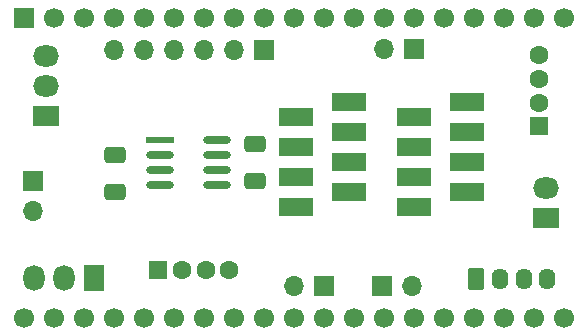
<source format=gbr>
%TF.GenerationSoftware,KiCad,Pcbnew,7.0.11-2.fc39*%
%TF.CreationDate,2024-04-04T23:01:03+02:00*%
%TF.ProjectId,WifiCAN,57696669-4341-44e2-9e6b-696361645f70,rev?*%
%TF.SameCoordinates,Original*%
%TF.FileFunction,Soldermask,Top*%
%TF.FilePolarity,Negative*%
%FSLAX46Y46*%
G04 Gerber Fmt 4.6, Leading zero omitted, Abs format (unit mm)*
G04 Created by KiCad (PCBNEW 7.0.11-2.fc39) date 2024-04-04 23:01:03*
%MOMM*%
%LPD*%
G01*
G04 APERTURE LIST*
G04 Aperture macros list*
%AMRoundRect*
0 Rectangle with rounded corners*
0 $1 Rounding radius*
0 $2 $3 $4 $5 $6 $7 $8 $9 X,Y pos of 4 corners*
0 Add a 4 corners polygon primitive as box body*
4,1,4,$2,$3,$4,$5,$6,$7,$8,$9,$2,$3,0*
0 Add four circle primitives for the rounded corners*
1,1,$1+$1,$2,$3*
1,1,$1+$1,$4,$5*
1,1,$1+$1,$6,$7*
1,1,$1+$1,$8,$9*
0 Add four rect primitives between the rounded corners*
20,1,$1+$1,$2,$3,$4,$5,0*
20,1,$1+$1,$4,$5,$6,$7,0*
20,1,$1+$1,$6,$7,$8,$9,0*
20,1,$1+$1,$8,$9,$2,$3,0*%
G04 Aperture macros list end*
%ADD10R,1.700000X1.700000*%
%ADD11O,1.700000X1.700000*%
%ADD12R,2.200000X1.800000*%
%ADD13O,2.200000X1.800000*%
%ADD14RoundRect,0.250000X-0.650000X0.412500X-0.650000X-0.412500X0.650000X-0.412500X0.650000X0.412500X0*%
%ADD15R,1.600000X1.600000*%
%ADD16C,1.600000*%
%ADD17RoundRect,0.311066X-0.877468X0.000000X0.877468X0.000000X0.877468X0.000000X-0.877468X0.000000X0*%
%ADD18R,2.377069X0.622132*%
%ADD19R,3.000000X1.499997*%
%ADD20R,3.000000X1.500000*%
%ADD21R,1.800000X2.200000*%
%ADD22O,1.800000X2.200000*%
%ADD23O,1.404000X1.804000*%
%ADD24RoundRect,0.102000X-0.600000X-0.800000X0.600000X-0.800000X0.600000X0.800000X-0.600000X0.800000X0*%
%ADD25C,1.700000*%
G04 APERTURE END LIST*
D10*
%TO.C,J8*%
X109657700Y-107363600D03*
D11*
X109657700Y-109903600D03*
%TD*%
D10*
%TO.C,J7*%
X139217700Y-116263600D03*
D11*
X141757700Y-116263600D03*
%TD*%
D10*
%TO.C,J11*%
X141857700Y-96163600D03*
D11*
X139317700Y-96163600D03*
%TD*%
%TO.C,J1*%
X116497700Y-96263600D03*
X119037700Y-96263600D03*
X121577700Y-96263600D03*
X124117700Y-96263600D03*
X126657700Y-96263600D03*
D10*
X129197700Y-96263600D03*
%TD*%
D12*
%TO.C,J10*%
X110757700Y-101843600D03*
D13*
X110757700Y-99303600D03*
X110757700Y-96763600D03*
%TD*%
D14*
%TO.C,C1*%
X116559631Y-108284800D03*
X116559631Y-105159800D03*
%TD*%
%TO.C,C2*%
X128459631Y-107322300D03*
X128459631Y-104197300D03*
%TD*%
D15*
%TO.C,J3*%
X120257700Y-114863600D03*
D16*
X122257700Y-114863600D03*
X124257700Y-114863600D03*
X126257700Y-114863600D03*
%TD*%
D17*
%TO.C,U1*%
X125192762Y-103853600D03*
X125192762Y-105123600D03*
X125192762Y-106393600D03*
X125192762Y-107663600D03*
X120357700Y-107663600D03*
X120357700Y-106393600D03*
X120357700Y-105123600D03*
D18*
X120357700Y-103853600D03*
%TD*%
D19*
%TO.C,JP2*%
X136376636Y-100638808D03*
X131876635Y-101908808D03*
D20*
X136376636Y-103178808D03*
X131876635Y-104448808D03*
X136376636Y-105718808D03*
X131876635Y-106988808D03*
X136376636Y-108258808D03*
X131876635Y-109528808D03*
%TD*%
D11*
%TO.C,J9*%
X131717700Y-116263600D03*
D10*
X134257700Y-116263600D03*
%TD*%
D13*
%TO.C,J5*%
X153076635Y-107966100D03*
D12*
X153076635Y-110506100D03*
%TD*%
D21*
%TO.C,J6*%
X114757700Y-115563600D03*
D22*
X112217700Y-115563600D03*
X109677700Y-115563600D03*
%TD*%
D19*
%TO.C,JP1*%
X146376637Y-100638808D03*
X141876635Y-101908808D03*
D20*
X146376637Y-103178808D03*
X141876635Y-104448808D03*
X146376637Y-105718808D03*
X141876635Y-106988808D03*
X146376637Y-108258808D03*
X141876635Y-109528808D03*
%TD*%
D23*
%TO.C,J4*%
X153176635Y-115628808D03*
X151176635Y-115628808D03*
X149176635Y-115628808D03*
D24*
X147176635Y-115628808D03*
%TD*%
D16*
%TO.C,J2*%
X152457700Y-96701100D03*
X152457700Y-98701100D03*
X152457700Y-100701100D03*
D15*
X152457700Y-102701100D03*
%TD*%
D25*
%TO.C,U2*%
X154596635Y-118928808D03*
X152056635Y-118928808D03*
X149516635Y-118928808D03*
X146976635Y-118928808D03*
X144436635Y-118928808D03*
X141896635Y-118928808D03*
X139356635Y-118928808D03*
X136816635Y-118928808D03*
X134276635Y-118928808D03*
X131736635Y-118928808D03*
X129196635Y-118928808D03*
X126656635Y-118928808D03*
X124116635Y-118928808D03*
X121576635Y-118928808D03*
X119036635Y-118928808D03*
X116496635Y-118928808D03*
X113956635Y-118928808D03*
X111416635Y-118928808D03*
X108876635Y-118928808D03*
X154596635Y-93528808D03*
X152056635Y-93528808D03*
X149516635Y-93528808D03*
X146976635Y-93528808D03*
X144436635Y-93528808D03*
X141896635Y-93528808D03*
X139356635Y-93528808D03*
X136816635Y-93528808D03*
X134276635Y-93528808D03*
X131736635Y-93528808D03*
X129196635Y-93528808D03*
X126656635Y-93528808D03*
X124116635Y-93528808D03*
X121576635Y-93528808D03*
X119036635Y-93528808D03*
X116496635Y-93528808D03*
X113956635Y-93528808D03*
X111416635Y-93528808D03*
D10*
X108876635Y-93528808D03*
%TD*%
M02*

</source>
